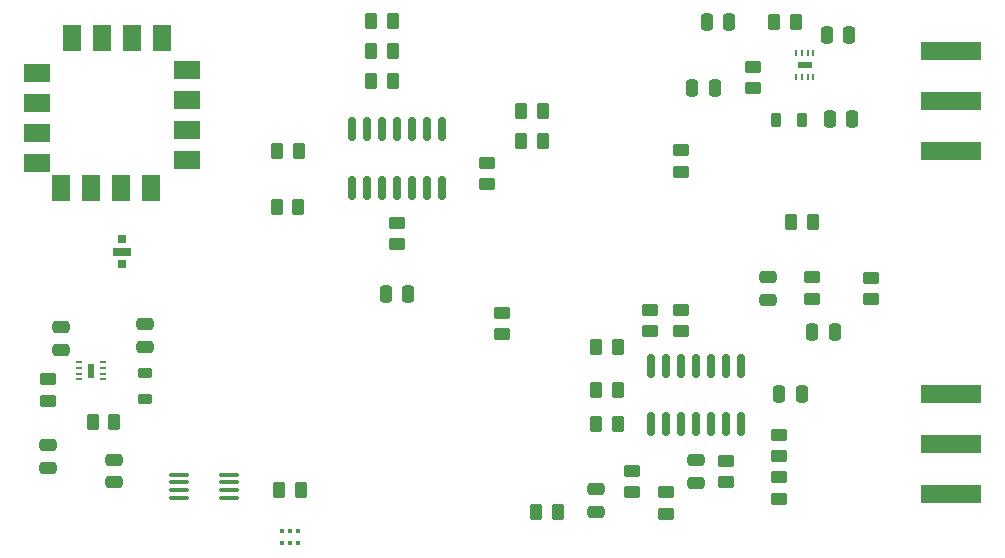
<source format=gbr>
%TF.GenerationSoftware,KiCad,Pcbnew,(6.0.7)*%
%TF.CreationDate,2022-08-18T15:59:35-04:00*%
%TF.ProjectId,RadarProject,52616461-7250-4726-9f6a-6563742e6b69,rev?*%
%TF.SameCoordinates,Original*%
%TF.FileFunction,Paste,Top*%
%TF.FilePolarity,Positive*%
%FSLAX46Y46*%
G04 Gerber Fmt 4.6, Leading zero omitted, Abs format (unit mm)*
G04 Created by KiCad (PCBNEW (6.0.7)) date 2022-08-18 15:59:35*
%MOMM*%
%LPD*%
G01*
G04 APERTURE LIST*
G04 Aperture macros list*
%AMRoundRect*
0 Rectangle with rounded corners*
0 $1 Rounding radius*
0 $2 $3 $4 $5 $6 $7 $8 $9 X,Y pos of 4 corners*
0 Add a 4 corners polygon primitive as box body*
4,1,4,$2,$3,$4,$5,$6,$7,$8,$9,$2,$3,0*
0 Add four circle primitives for the rounded corners*
1,1,$1+$1,$2,$3*
1,1,$1+$1,$4,$5*
1,1,$1+$1,$6,$7*
1,1,$1+$1,$8,$9*
0 Add four rect primitives between the rounded corners*
20,1,$1+$1,$2,$3,$4,$5,0*
20,1,$1+$1,$4,$5,$6,$7,0*
20,1,$1+$1,$6,$7,$8,$9,0*
20,1,$1+$1,$8,$9,$2,$3,0*%
G04 Aperture macros list end*
%ADD10RoundRect,0.250000X-0.262500X-0.450000X0.262500X-0.450000X0.262500X0.450000X-0.262500X0.450000X0*%
%ADD11RoundRect,0.100000X0.712500X0.100000X-0.712500X0.100000X-0.712500X-0.100000X0.712500X-0.100000X0*%
%ADD12RoundRect,0.150000X0.150000X-0.825000X0.150000X0.825000X-0.150000X0.825000X-0.150000X-0.825000X0*%
%ADD13RoundRect,0.250000X0.250000X0.475000X-0.250000X0.475000X-0.250000X-0.475000X0.250000X-0.475000X0*%
%ADD14RoundRect,0.250000X0.262500X0.450000X-0.262500X0.450000X-0.262500X-0.450000X0.262500X-0.450000X0*%
%ADD15RoundRect,0.250000X-0.475000X0.250000X-0.475000X-0.250000X0.475000X-0.250000X0.475000X0.250000X0*%
%ADD16RoundRect,0.250000X-0.450000X0.262500X-0.450000X-0.262500X0.450000X-0.262500X0.450000X0.262500X0*%
%ADD17R,0.410000X0.330000*%
%ADD18R,0.250000X0.500000*%
%ADD19R,1.200000X0.600000*%
%ADD20R,5.080000X1.500000*%
%ADD21RoundRect,0.250000X-0.250000X-0.475000X0.250000X-0.475000X0.250000X0.475000X-0.250000X0.475000X0*%
%ADD22RoundRect,0.250000X0.475000X-0.250000X0.475000X0.250000X-0.475000X0.250000X-0.475000X-0.250000X0*%
%ADD23RoundRect,0.250000X0.450000X-0.262500X0.450000X0.262500X-0.450000X0.262500X-0.450000X-0.262500X0*%
%ADD24RoundRect,0.218750X-0.218750X-0.381250X0.218750X-0.381250X0.218750X0.381250X-0.218750X0.381250X0*%
%ADD25RoundRect,0.218750X0.381250X-0.218750X0.381250X0.218750X-0.381250X0.218750X-0.381250X-0.218750X0*%
%ADD26R,0.500000X0.250000*%
%ADD27R,0.600000X1.200000*%
%ADD28R,0.762000X0.762000*%
%ADD29R,1.520000X0.635000*%
%ADD30R,2.286000X1.524000*%
%ADD31R,1.524000X2.286000*%
G04 APERTURE END LIST*
D10*
%TO.C,R16*%
X52917500Y-28317500D03*
X54742500Y-28317500D03*
%TD*%
D11*
%TO.C,U6*%
X40862500Y-63565000D03*
X40862500Y-62915000D03*
X40862500Y-62265000D03*
X40862500Y-61615000D03*
X36637500Y-61615000D03*
X36637500Y-62265000D03*
X36637500Y-62915000D03*
X36637500Y-63565000D03*
%TD*%
D12*
%TO.C,U8*%
X76570000Y-52392500D03*
X77840000Y-52392500D03*
X79110000Y-52392500D03*
X80380000Y-52392500D03*
X81650000Y-52392500D03*
X82920000Y-52392500D03*
X84190000Y-52392500D03*
X84190000Y-57342500D03*
X82920000Y-57342500D03*
X81650000Y-57342500D03*
X80380000Y-57342500D03*
X79110000Y-57342500D03*
X77840000Y-57342500D03*
X76570000Y-57342500D03*
%TD*%
D10*
%TO.C,R9*%
X44930000Y-34207500D03*
X46755000Y-34207500D03*
%TD*%
D13*
%TO.C,C4*%
X93400000Y-24430000D03*
X91500000Y-24430000D03*
%TD*%
D14*
%TO.C,R26*%
X66867500Y-64737500D03*
X68692500Y-64737500D03*
%TD*%
%TO.C,R29*%
X67442500Y-30857500D03*
X65617500Y-30857500D03*
%TD*%
D15*
%TO.C,C2*%
X26686250Y-51050000D03*
X26686250Y-49150000D03*
%TD*%
D16*
%TO.C,R6*%
X79110000Y-35970000D03*
X79110000Y-34145000D03*
%TD*%
D13*
%TO.C,C9*%
X87460000Y-54827500D03*
X89360000Y-54827500D03*
%TD*%
D16*
%TO.C,R14*%
X90270000Y-46740000D03*
X90270000Y-44915000D03*
%TD*%
D17*
%TO.C,U2*%
X46682500Y-67381250D03*
X46022500Y-67381250D03*
X45362500Y-67381250D03*
X45362500Y-66391250D03*
X46022500Y-66391250D03*
X46682500Y-66391250D03*
%TD*%
D18*
%TO.C,U4*%
X88855000Y-25940000D03*
X89355000Y-25940000D03*
X89855000Y-25940000D03*
X90355000Y-25940000D03*
X90355000Y-27940000D03*
X89855000Y-27940000D03*
X89355000Y-27940000D03*
X88855000Y-27940000D03*
D19*
X89605000Y-26940000D03*
%TD*%
D16*
%TO.C,R13*%
X95190000Y-46760000D03*
X95190000Y-44935000D03*
%TD*%
D12*
%TO.C,U7*%
X51290000Y-37335000D03*
X52560000Y-37335000D03*
X53830000Y-37335000D03*
X55100000Y-37335000D03*
X56370000Y-37335000D03*
X57640000Y-37335000D03*
X58910000Y-37335000D03*
X58910000Y-32385000D03*
X57640000Y-32385000D03*
X56370000Y-32385000D03*
X55100000Y-32385000D03*
X53830000Y-32385000D03*
X52560000Y-32385000D03*
X51290000Y-32385000D03*
%TD*%
D15*
%TO.C,C14*%
X80380000Y-62287500D03*
X80380000Y-60387500D03*
%TD*%
D20*
%TO.C,J2*%
X102000000Y-63250000D03*
X102000000Y-54750000D03*
X102000000Y-59000000D03*
%TD*%
%TO.C,J1*%
X102000000Y-34250000D03*
X102000000Y-25750000D03*
X102000000Y-30000000D03*
%TD*%
D10*
%TO.C,R2*%
X87017500Y-23290000D03*
X88842500Y-23290000D03*
%TD*%
%TO.C,R12*%
X90272500Y-40247500D03*
X88447500Y-40247500D03*
%TD*%
D16*
%TO.C,R24*%
X87470000Y-63662500D03*
X87470000Y-61837500D03*
%TD*%
D10*
%TO.C,R4*%
X31168750Y-57160000D03*
X29343750Y-57160000D03*
%TD*%
D21*
%TO.C,C6*%
X80080000Y-28920000D03*
X81980000Y-28920000D03*
%TD*%
%TO.C,C12*%
X92170000Y-49507500D03*
X90270000Y-49507500D03*
%TD*%
D16*
%TO.C,R15*%
X62720000Y-35217500D03*
X62720000Y-37042500D03*
%TD*%
D10*
%TO.C,R30*%
X67442500Y-33397500D03*
X65617500Y-33397500D03*
%TD*%
D22*
%TO.C,C7*%
X33726250Y-48870000D03*
X33726250Y-50770000D03*
%TD*%
D23*
%TO.C,R17*%
X77840000Y-63085000D03*
X77840000Y-64910000D03*
%TD*%
%TO.C,R20*%
X74990000Y-61265000D03*
X74990000Y-63090000D03*
%TD*%
D10*
%TO.C,R22*%
X73782500Y-54487500D03*
X71957500Y-54487500D03*
%TD*%
%TO.C,R8*%
X44927500Y-38917500D03*
X46752500Y-38917500D03*
%TD*%
D14*
%TO.C,R19*%
X54742500Y-25777500D03*
X52917500Y-25777500D03*
%TD*%
D23*
%TO.C,R7*%
X87460000Y-58245000D03*
X87460000Y-60070000D03*
%TD*%
D24*
%TO.C,L2*%
X87217500Y-31610000D03*
X89342500Y-31610000D03*
%TD*%
D21*
%TO.C,C3*%
X81320000Y-23300000D03*
X83220000Y-23300000D03*
%TD*%
D14*
%TO.C,R18*%
X54742500Y-23237500D03*
X52917500Y-23237500D03*
%TD*%
D16*
%TO.C,R10*%
X63990000Y-47917500D03*
X63990000Y-49742500D03*
%TD*%
D23*
%TO.C,R1*%
X25586250Y-53557500D03*
X25586250Y-55382500D03*
%TD*%
D25*
%TO.C,L1*%
X33726250Y-53047500D03*
X33726250Y-55172500D03*
%TD*%
D16*
%TO.C,R25*%
X82920000Y-62250000D03*
X82920000Y-60425000D03*
%TD*%
%TO.C,R27*%
X79110000Y-49460000D03*
X79110000Y-47635000D03*
%TD*%
D22*
%TO.C,C10*%
X86480000Y-44917500D03*
X86480000Y-46817500D03*
%TD*%
D26*
%TO.C,U3*%
X28196250Y-53555000D03*
X28196250Y-53055000D03*
X28196250Y-52555000D03*
X28196250Y-52055000D03*
X30196250Y-52055000D03*
X30196250Y-52555000D03*
X30196250Y-53055000D03*
X30196250Y-53555000D03*
D27*
X29196250Y-52805000D03*
%TD*%
D10*
%TO.C,R23*%
X73802500Y-50797500D03*
X71977500Y-50797500D03*
%TD*%
D21*
%TO.C,C8*%
X91720000Y-31480000D03*
X93620000Y-31480000D03*
%TD*%
D28*
%TO.C,U1*%
X31770000Y-41695000D03*
D29*
X31770000Y-42745000D03*
D28*
X31770000Y-43805000D03*
%TD*%
D22*
%TO.C,C5*%
X31156250Y-60360000D03*
X31156250Y-62260000D03*
%TD*%
D21*
%TO.C,C11*%
X54150000Y-46290000D03*
X56050000Y-46290000D03*
%TD*%
D22*
%TO.C,C13*%
X71950000Y-62837500D03*
X71950000Y-64737500D03*
%TD*%
%TO.C,C1*%
X25586250Y-59120000D03*
X25586250Y-61020000D03*
%TD*%
D16*
%TO.C,R5*%
X85220000Y-27067500D03*
X85220000Y-28892500D03*
%TD*%
D10*
%TO.C,R3*%
X45110000Y-62901250D03*
X46935000Y-62901250D03*
%TD*%
D14*
%TO.C,R21*%
X71967500Y-57337500D03*
X73792500Y-57337500D03*
%TD*%
D23*
%TO.C,R28*%
X76550000Y-47645000D03*
X76550000Y-49470000D03*
%TD*%
D30*
%TO.C,U5*%
X24650000Y-27570000D03*
X24650000Y-30110000D03*
X24650000Y-32650000D03*
X24650000Y-35190000D03*
D31*
X26680000Y-37350000D03*
X29220000Y-37350000D03*
X31760000Y-37350000D03*
X34300000Y-37350000D03*
D30*
X37350000Y-32400000D03*
X37350000Y-29860000D03*
X37350000Y-34940000D03*
X37350000Y-27320000D03*
D31*
X35180000Y-24650000D03*
X32640000Y-24650000D03*
X30100000Y-24650000D03*
X27560000Y-24650000D03*
%TD*%
D23*
%TO.C,R11*%
X55100000Y-42122500D03*
X55100000Y-40297500D03*
%TD*%
M02*

</source>
